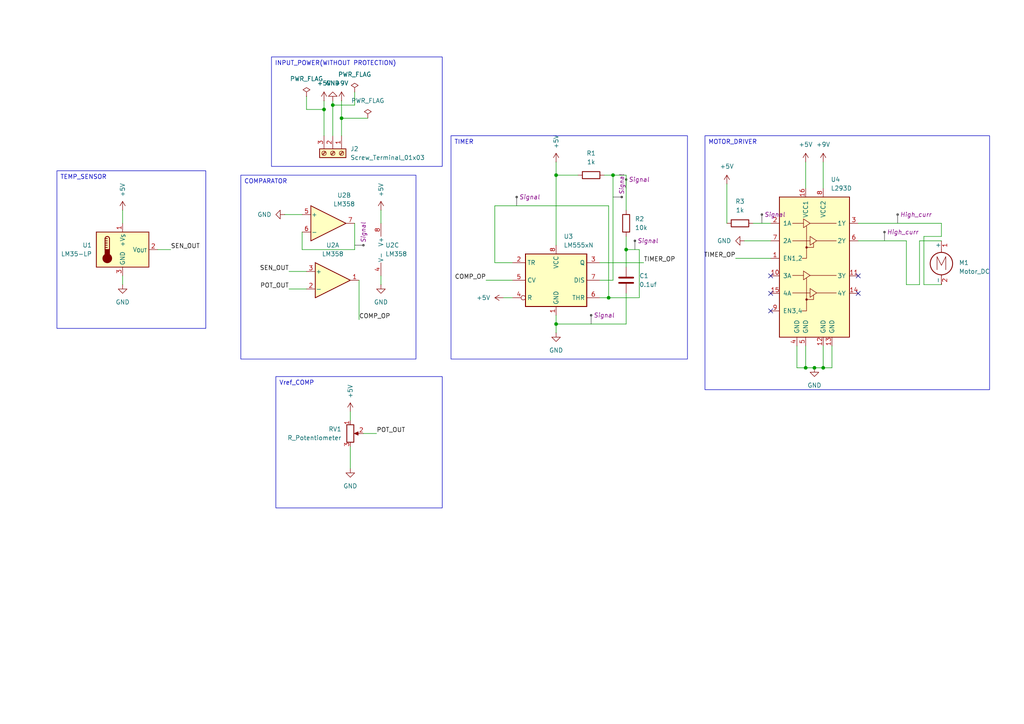
<source format=kicad_sch>
(kicad_sch (version 20231120) (generator "eeschema") (generator_version "8.0")
  (paper "A4")
  (lib_symbols
    (symbol "Amplifier_Operational:LM358" (pin_names (offset 0.127))
      (property "Reference" "U" (at 0 5.08 0))
      (property "Value" "LM358" (at 0 -5.08 0))
      (symbol "LM358_1_1"
        (polyline (pts (xy -5.08 5.08) (xy 5.08 0) (xy -5.08 -5.08) (xy -5.08 5.08)) (stroke (width 0.254)) (fill (type background)))
        (pin output line (at 7.62 0 180) (length 2.54) (name "~") (number "1"))
        (pin input line (at -7.62 -2.54 0) (length 2.54) (name "-") (number "2"))
        (pin input line (at -7.62 2.54 0) (length 2.54) (name "+") (number "3"))
      )
      (symbol "LM358_2_1"
        (polyline (pts (xy -5.08 5.08) (xy 5.08 0) (xy -5.08 -5.08) (xy -5.08 5.08)) (stroke (width 0.254)) (fill (type background)))
        (pin input line (at -7.62 2.54 0) (length 2.54) (name "+") (number "5"))
        (pin input line (at -7.62 -2.54 0) (length 2.54) (name "-") (number "6"))
        (pin output line (at 7.62 0 180) (length 2.54) (name "~") (number "7"))
      )
      (symbol "LM358_3_1"
        (pin power_in line (at -2.54 -7.62 90) (length 3.81) (name "V-") (number "4"))
        (pin power_in line (at -2.54 7.62 270) (length 3.81) (name "V+") (number "8"))
      )
    )
    (symbol "Connector:Screw_Terminal_01x03" (pin_names (offset 1.016) hide)
      (property "Reference" "J" (at 0 5.08 0))
      (property "Value" "Screw_Terminal_01x03" (at 0 -5.08 0))
      (symbol "Screw_Terminal_01x03_1_1"
        (rectangle (start -1.27 3.81) (end 1.27 -3.81) (stroke (width 0.254)) (fill (type background)))
        (circle (center 0 -2.54) (radius 0.635) (stroke (width 0.1524)))
        (polyline (pts (xy -0.5334 -2.2098) (xy 0.3302 -3.048)) (stroke (width 0.1524)))
        (polyline (pts (xy -0.5334 0.3302) (xy 0.3302 -0.508)) (stroke (width 0.1524)))
        (polyline (pts (xy -0.5334 2.8702) (xy 0.3302 2.032)) (stroke (width 0.1524)))
        (polyline (pts (xy -0.3556 -2.032) (xy 0.508 -2.8702)) (stroke (width 0.1524)))
        (polyline (pts (xy -0.3556 0.508) (xy 0.508 -0.3302)) (stroke (width 0.1524)))
        (polyline (pts (xy -0.3556 3.048) (xy 0.508 2.2098)) (stroke (width 0.1524)))
        (circle (center 0 0) (radius 0.635) (stroke (width 0.1524)))
        (circle (center 0 2.54) (radius 0.635) (stroke (width 0.1524)))
        (pin passive line (at -5.08 2.54 0) (length 3.81) (name "Pin_1") (number "1"))
        (pin passive line (at -5.08 0 0) (length 3.81) (name "Pin_2") (number "2"))
        (pin passive line (at -5.08 -2.54 0) (length 3.81) (name "Pin_3") (number "3"))
      )
    )
    (symbol "Device:C" (pin_numbers hide) (pin_names (offset 0.254))
      (property "Reference" "C" (at 0.635 2.54 0))
      (property "Value" "C" (at 0.635 -2.54 0))
      (symbol "C_0_1"
        (polyline (pts (xy -2.032 -0.762) (xy 2.032 -0.762)) (stroke (width 0.508)))
        (polyline (pts (xy -2.032 0.762) (xy 2.032 0.762)) (stroke (width 0.508)))
      )
      (symbol "C_1_1"
        (pin passive line (at 0 3.81 270) (length 2.794) (name "~") (number "1"))
        (pin passive line (at 0 -3.81 90) (length 2.794) (name "~") (number "2"))
      )
    )
    (symbol "Device:R" (pin_numbers hide) (pin_names (offset 0))
      (property "Reference" "R" (at 2.032 0 90))
      (property "Value" "R" (at 0 0 90))
      (symbol "R_0_1"
        (rectangle (start -1.016 -2.54) (end 1.016 2.54) (stroke (width 0.254)))
      )
      (symbol "R_1_1"
        (pin passive line (at 0 3.81 270) (length 1.27) (name "~") (number "1"))
        (pin passive line (at 0 -3.81 90) (length 1.27) (name "~") (number "2"))
      )
    )
    (symbol "Device:R_Potentiometer" (pin_names (offset 1.016) hide)
      (property "Reference" "RV" (at -4.445 0 90))
      (property "Value" "R_Potentiometer" (at -2.54 0 90))
      (symbol "R_Potentiometer_0_1"
        (polyline (pts (xy 2.54 0) (xy 1.524 0)))
        (polyline (pts (xy 1.143 0) (xy 2.286 0.508) (xy 2.286 -0.508) (xy 1.143 0)) (fill (type outline)))
        (rectangle (start 1.016 2.54) (end -1.016 -2.54) (stroke (width 0.254)))
      )
      (symbol "R_Potentiometer_1_1"
        (pin passive line (at 0 3.81 270) (length 1.27) (name "1") (number "1"))
        (pin passive line (at 3.81 0 180) (length 1.27) (name "2") (number "2"))
        (pin passive line (at 0 -3.81 90) (length 1.27) (name "3") (number "3"))
      )
    )
    (symbol "Driver_Motor:L293D" (pin_names (offset 1.016))
      (property "Reference" "U" (at -5.08 26.035 0))
      (property "Value" "L293D" (at -5.08 24.13 0))
      (symbol "L293D_0_1"
        (rectangle (start -10.16 22.86) (end 10.16 -17.78) (stroke (width 0.254)) (fill (type background)))
        (circle (center -2.286 -6.858) (radius 0.254) (fill (type outline)))
        (circle (center -2.286 8.255) (radius 0.254) (fill (type outline)))
        (polyline (pts (xy -6.35 -4.953) (xy -1.27 -4.953)))
        (polyline (pts (xy -6.35 0.127) (xy -3.175 0.127)))
        (polyline (pts (xy -6.35 10.16) (xy -1.27 10.16)))
        (polyline (pts (xy -6.35 15.24) (xy -3.175 15.24)))
        (polyline (pts (xy -1.27 0.127) (xy 6.35 0.127)))
        (polyline (pts (xy -1.27 15.24) (xy 6.35 15.24)))
        (polyline (pts (xy 0.635 -4.953) (xy 6.35 -4.953)))
        (polyline (pts (xy 0.635 10.16) (xy 6.35 10.16)))
        (polyline (pts (xy -2.286 -6.858) (xy -0.254 -6.858) (xy -0.254 -5.588)))
        (polyline (pts (xy -2.286 -0.635) (xy -2.286 -10.16) (xy -3.556 -10.16)))
        (polyline (pts (xy -2.286 8.255) (xy -0.254 8.255) (xy -0.254 9.525)))
        (polyline (pts (xy -2.286 14.478) (xy -2.286 5.08) (xy -3.556 5.08)))
        (polyline (pts (xy -3.175 1.397) (xy -3.175 -1.143) (xy -1.27 0.127) (xy -3.175 1.397)))
        (polyline (pts (xy -3.175 16.51) (xy -3.175 13.97) (xy -1.27 15.24) (xy -3.175 16.51)))
        (polyline (pts (xy -1.27 -3.683) (xy -1.27 -6.223) (xy 0.635 -4.953) (xy -1.27 -3.683)))
        (polyline (pts (xy -1.27 11.43) (xy -1.27 8.89) (xy 0.635 10.16) (xy -1.27 11.43)))
      )
      (symbol "L293D_1_1"
        (pin input line (at -12.7 5.08 0) (length 2.54) (name "EN1,2") (number "1"))
        (pin input line (at -12.7 0 0) (length 2.54) (name "3A") (number "10"))
        (pin output line (at 12.7 0 180) (length 2.54) (name "3Y") (number "11"))
        (pin power_in line (at 2.54 -20.32 90) (length 2.54) (name "GND") (number "12"))
        (pin power_in line (at 5.08 -20.32 90) (length 2.54) (name "GND") (number "13"))
        (pin output line (at 12.7 -5.08 180) (length 2.54) (name "4Y") (number "14"))
        (pin input line (at -12.7 -5.08 0) (length 2.54) (name "4A") (number "15"))
        (pin power_in line (at -2.54 25.4 270) (length 2.54) (name "VCC1") (number "16"))
        (pin input line (at -12.7 15.24 0) (length 2.54) (name "1A") (number "2"))
        (pin output line (at 12.7 15.24 180) (length 2.54) (name "1Y") (number "3"))
        (pin power_in line (at -5.08 -20.32 90) (length 2.54) (name "GND") (number "4"))
        (pin power_in line (at -2.54 -20.32 90) (length 2.54) (name "GND") (number "5"))
        (pin output line (at 12.7 10.16 180) (length 2.54) (name "2Y") (number "6"))
        (pin input line (at -12.7 10.16 0) (length 2.54) (name "2A") (number "7"))
        (pin power_in line (at 2.54 25.4 270) (length 2.54) (name "VCC2") (number "8"))
        (pin input line (at -12.7 -10.16 0) (length 2.54) (name "EN3,4") (number "9"))
      )
    )
    (symbol "Motor:Motor_DC" (pin_names (offset 0))
      (property "Reference" "M" (at 2.54 2.54 0))
      (property "Value" "Motor_DC" (at 2.54 -5.08 0))
      (symbol "Motor_DC_0_0"
        (polyline (pts (xy -1.27 -3.302) (xy -1.27 0.508) (xy 0 -2.032) (xy 1.27 0.508) (xy 1.27 -3.302)))
      )
      (symbol "Motor_DC_0_1"
        (circle (center 0 -1.524) (radius 3.2512) (stroke (width 0.254)))
        (polyline (pts (xy 0 -7.62) (xy 0 -7.112)))
        (polyline (pts (xy 0 -4.7752) (xy 0 -5.1816)))
        (polyline (pts (xy 0 1.7272) (xy 0 2.0828)))
        (polyline (pts (xy 0 2.032) (xy 0 2.54)))
      )
      (symbol "Motor_DC_1_1"
        (pin passive line (at 0 5.08 270) (length 2.54) (name "+") (number "1"))
        (pin passive line (at 0 -7.62 90) (length 2.54) (name "-") (number "2"))
      )
    )
    (symbol "Sensor_Temperature:LM35-LP"
      (property "Reference" "U" (at -6.35 6.35 0))
      (property "Value" "LM35-LP" (at 1.27 6.35 0))
      (symbol "LM35-LP_0_1"
        (rectangle (start -7.62 5.08) (end 7.62 -5.08) (stroke (width 0.254)) (fill (type background)))
        (circle (center -4.445 -2.54) (radius 1.27) (stroke (width 0.254)) (fill (type outline)))
        (rectangle (start -3.81 -1.905) (end -5.08 0) (stroke (width 0.254)) (fill (type outline)))
        (arc (start -3.81 3.175) (mid -4.445 3.8073) (end -5.08 3.175) (stroke (width 0.254)))
        (polyline (pts (xy -5.08 0.635) (xy -4.445 0.635)) (stroke (width 0.254)))
        (polyline (pts (xy -5.08 1.27) (xy -4.445 1.27)) (stroke (width 0.254)))
        (polyline (pts (xy -5.08 1.905) (xy -4.445 1.905)) (stroke (width 0.254)))
        (polyline (pts (xy -5.08 2.54) (xy -4.445 2.54)) (stroke (width 0.254)))
        (polyline (pts (xy -5.08 3.175) (xy -5.08 0)) (stroke (width 0.254)))
        (polyline (pts (xy -5.08 3.175) (xy -4.445 3.175)) (stroke (width 0.254)))
        (polyline (pts (xy -3.81 3.175) (xy -3.81 0)) (stroke (width 0.254)))
      )
      (symbol "LM35-LP_1_1"
        (pin power_in line (at 0 7.62 270) (length 2.54) (name "+V_{S}") (number "1"))
        (pin output line (at 10.16 0 180) (length 2.54) (name "V_{OUT}") (number "2"))
        (pin power_in line (at 0 -7.62 90) (length 2.54) (name "GND") (number "3"))
      )
    )
    (symbol "Timer:LM555xN"
      (property "Reference" "U" (at -10.16 8.89 0))
      (property "Value" "LM555xN" (at 2.54 8.89 0))
      (symbol "LM555xN_0_0"
        (pin power_in line (at 0 -10.16 90) (length 2.54) (name "GND") (number "1"))
        (pin power_in line (at 0 10.16 270) (length 2.54) (name "VCC") (number "8"))
      )
      (symbol "LM555xN_0_1"
        (rectangle (start -8.89 -7.62) (end 8.89 7.62) (stroke (width 0.254)) (fill (type background)))
        (rectangle (start -8.89 -7.62) (end 8.89 7.62) (stroke (width 0.254)) (fill (type background)))
      )
      (symbol "LM555xN_1_1"
        (pin input line (at -12.7 5.08 0) (length 3.81) (name "TR") (number "2"))
        (pin output line (at 12.7 5.08 180) (length 3.81) (name "Q") (number "3"))
        (pin input inverted (at -12.7 -5.08 0) (length 3.81) (name "R") (number "4"))
        (pin input line (at -12.7 0 0) (length 3.81) (name "CV") (number "5"))
        (pin input line (at 12.7 -5.08 180) (length 3.81) (name "THR") (number "6"))
        (pin input line (at 12.7 0 180) (length 3.81) (name "DIS") (number "7"))
      )
    )
    (symbol "power:+5V" (power) (pin_numbers hide) (pin_names (offset 0) hide)
      (property "Value" "+5V" (at 0 3.556 0))
      (symbol "+5V_0_1"
        (polyline (pts (xy -0.762 1.27) (xy 0 2.54)))
        (polyline (pts (xy 0 0) (xy 0 2.54)))
        (polyline (pts (xy 0 2.54) (xy 0.762 1.27)))
      )
      (symbol "+5V_1_1"
        (pin power_in line (at 0 0 90) (length 0) (name "~") (number "1"))
      )
    )
    (symbol "power:+9V" (power) (pin_numbers hide) (pin_names (offset 0) hide)
      (property "Value" "+9V" (at 0 3.556 0))
      (symbol "+9V_0_1"
        (polyline (pts (xy -0.762 1.27) (xy 0 2.54)))
        (polyline (pts (xy 0 0) (xy 0 2.54)))
        (polyline (pts (xy 0 2.54) (xy 0.762 1.27)))
      )
      (symbol "+9V_1_1"
        (pin power_in line (at 0 0 90) (length 0) (name "~") (number "1"))
      )
    )
    (symbol "power:GND" (power) (pin_numbers hide) (pin_names (offset 0) hide)
      (property "Value" "GND" (at 0 -3.81 0))
      (symbol "GND_0_1"
        (polyline (pts (xy 0 0) (xy 0 -1.27) (xy 1.27 -1.27) (xy 0 -2.54) (xy -1.27 -1.27) (xy 0 -1.27)))
      )
      (symbol "GND_1_1"
        (pin power_in line (at 0 0 270) (length 0) (name "~") (number "1"))
      )
    )
    (symbol "power:PWR_FLAG" (power) (pin_numbers hide) (pin_names (offset 0) hide)
      (property "Value" "PWR_FLAG" (at 0 3.81 0))
      (symbol "PWR_FLAG_0_0"
        (pin power_out line (at 0 0 90) (length 0) (name "~") (number "1"))
      )
      (symbol "PWR_FLAG_0_1"
        (polyline (pts (xy 0 0) (xy 0 1.27) (xy -1.016 1.905) (xy 0 2.54) (xy 1.016 1.905) (xy 0 1.27)))
      )
    )
  )
  (junction (at 176.53 86.36))
  (junction (at 238.76 106.68))
  (junction (at 181.61 72.39))
  (junction (at 236.22 106.68))
  (junction (at 93.98 31.75))
  (junction (at 99.06 34.29))
  (junction (at 161.29 50.8))
  (junction (at 96.52 30.48))
  (junction (at 161.29 93.98))
  (junction (at 177.8 50.8))
  (junction (at 233.68 106.68))
  (no_connect (at 248.92 85.09))
  (no_connect (at 223.52 85.09))
  (no_connect (at 223.52 80.01))
  (no_connect (at 223.52 90.17))
  (no_connect (at 248.92 80.01))
  (wire (pts (xy 177.8 50.8) (xy 181.61 50.8)))
  (wire (pts (xy 35.56 80.01) (xy 35.56 82.55)))
  (wire (pts (xy 87.63 67.31) (xy 87.63 72.39)))
  (wire (pts (xy 210.82 53.34) (xy 210.82 64.77)))
  (wire (pts (xy 101.6 119.38) (xy 101.6 121.92)))
  (wire (pts (xy 102.87 26.67) (xy 102.87 30.48)))
  (wire (pts (xy 161.29 50.8) (xy 161.29 71.12)))
  (wire (pts (xy 215.9 69.85) (xy 223.52 69.85)))
  (wire (pts (xy 161.29 93.98) (xy 161.29 96.52)))
  (wire (pts (xy 175.26 50.8) (xy 177.8 50.8)))
  (wire (pts (xy 248.92 69.85) (xy 262.89 69.85)))
  (wire (pts (xy 161.29 46.99) (xy 161.29 50.8)))
  (wire (pts (xy 273.05 64.77) (xy 273.05 68.58)))
  (wire (pts (xy 87.63 72.39) (xy 102.87 72.39)))
  (wire (pts (xy 88.9 27.94) (xy 88.9 31.75)))
  (wire (pts (xy 82.55 62.23) (xy 87.63 62.23)))
  (wire (pts (xy 267.97 82.55) (xy 273.05 82.55)))
  (wire (pts (xy 161.29 91.44) (xy 161.29 93.98)))
  (wire (pts (xy 83.82 78.74) (xy 88.9 78.74)))
  (wire (pts (xy 233.68 100.33) (xy 233.68 106.68)))
  (wire (pts (xy 93.98 31.75) (xy 93.98 39.37)))
  (wire (pts (xy 102.87 30.48) (xy 96.52 30.48)))
  (wire (pts (xy 173.99 81.28) (xy 177.8 81.28)))
  (wire (pts (xy 266.7 82.55) (xy 266.7 69.85)))
  (wire (pts (xy 102.87 64.77) (xy 102.87 72.39)))
  (wire (pts (xy 88.9 31.75) (xy 93.98 31.75)))
  (wire (pts (xy 146.05 86.36) (xy 148.59 86.36)))
  (wire (pts (xy 177.8 81.28) (xy 177.8 50.8)))
  (wire (pts (xy 173.99 86.36) (xy 176.53 86.36)))
  (wire (pts (xy 140.97 81.28) (xy 148.59 81.28)))
  (wire (pts (xy 93.98 29.21) (xy 93.98 31.75)))
  (wire (pts (xy 233.68 46.99) (xy 233.68 54.61)))
  (wire (pts (xy 241.3 100.33) (xy 241.3 106.68)))
  (wire (pts (xy 185.42 72.39) (xy 181.61 72.39)))
  (wire (pts (xy 181.61 85.09) (xy 181.61 93.98)))
  (wire (pts (xy 238.76 100.33) (xy 238.76 106.68)))
  (wire (pts (xy 173.99 76.2) (xy 186.69 76.2)))
  (wire (pts (xy 99.06 29.21) (xy 99.06 34.29)))
  (wire (pts (xy 213.36 74.93) (xy 223.52 74.93)))
  (wire (pts (xy 83.82 83.82) (xy 88.9 83.82)))
  (wire (pts (xy 105.41 125.73) (xy 109.22 125.73)))
  (wire (pts (xy 267.97 68.58) (xy 267.97 82.55)))
  (wire (pts (xy 110.49 60.96) (xy 110.49 64.77)))
  (wire (pts (xy 273.05 68.58) (xy 267.97 68.58)))
  (wire (pts (xy 104.14 81.28) (xy 104.14 92.71)))
  (wire (pts (xy 96.52 30.48) (xy 96.52 39.37)))
  (wire (pts (xy 233.68 106.68) (xy 236.22 106.68)))
  (wire (pts (xy 238.76 46.99) (xy 238.76 54.61)))
  (wire (pts (xy 110.49 80.01) (xy 110.49 82.55)))
  (wire (pts (xy 181.61 50.8) (xy 181.61 60.96)))
  (wire (pts (xy 99.06 34.29) (xy 99.06 39.37)))
  (wire (pts (xy 248.92 64.77) (xy 273.05 64.77)))
  (wire (pts (xy 181.61 68.58) (xy 181.61 72.39)))
  (wire (pts (xy 176.53 59.69) (xy 176.53 86.36)))
  (wire (pts (xy 231.14 100.33) (xy 231.14 106.68)))
  (wire (pts (xy 143.51 59.69) (xy 176.53 59.69)))
  (wire (pts (xy 181.61 72.39) (xy 181.61 77.47)))
  (wire (pts (xy 96.52 29.21) (xy 96.52 30.48)))
  (wire (pts (xy 143.51 76.2) (xy 143.51 59.69)))
  (wire (pts (xy 148.59 76.2) (xy 143.51 76.2)))
  (wire (pts (xy 238.76 106.68) (xy 236.22 106.68)))
  (wire (pts (xy 218.44 64.77) (xy 223.52 64.77)))
  (wire (pts (xy 231.14 106.68) (xy 233.68 106.68)))
  (wire (pts (xy 266.7 69.85) (xy 273.05 69.85)))
  (wire (pts (xy 161.29 50.8) (xy 167.64 50.8)))
  (wire (pts (xy 176.53 86.36) (xy 185.42 86.36)))
  (wire (pts (xy 262.89 69.85) (xy 262.89 82.55)))
  (wire (pts (xy 45.72 72.39) (xy 49.53 72.39)))
  (wire (pts (xy 101.6 129.54) (xy 101.6 135.89)))
  (wire (pts (xy 185.42 86.36) (xy 185.42 72.39)))
  (wire (pts (xy 35.56 60.96) (xy 35.56 64.77)))
  (wire (pts (xy 262.89 82.55) (xy 266.7 82.55)))
  (wire (pts (xy 99.06 34.29) (xy 106.68 34.29)))
  (wire (pts (xy 241.3 106.68) (xy 238.76 106.68)))
  (wire (pts (xy 181.61 93.98) (xy 161.29 93.98)))
  (text_box "COMPARATOR" (at 69.85 50.8 0) (size 50.8 53.34) (effects (font (size 1.27 1.27)) (justify left top)))
  (text_box "TIMER" (at 130.81 39.37 0) (size 68.58 64.77) (effects (font (size 1.27 1.27)) (justify left top)))
  (text_box "TEMP_SENSOR" (at 16.51 49.53 0) (size 43.18 45.72) (effects (font (size 1.27 1.27)) (justify left top)))
  (text_box "Vref_COMP" (at 80.01 109.22 0) (size 48.26 38.1) (effects (font (size 1.27 1.27)) (justify left top)))
  (text_box "MOTOR_DRIVER" (at 204.47 39.37 0) (size 82.55 73.66) (effects (font (size 1.27 1.27)) (justify left top)))
  (text_box "INPUT_POWER(WITHOUT PROTECTION)\n" (at 78.74 16.51 0) (size 49.53 31.75) (effects (font (size 1.27 1.27)) (justify left top)))
  (label "SEN_OUT" (at 83.82 78.74 180))
  (label "COMP_OP" (at 140.97 81.28 180))
  (label "COMP_OP" (at 104.14 92.71 0))
  (label "TIMER_OP" (at 186.69 76.2 0))
  (label "POT_OUT" (at 83.82 83.82 180))
  (label "SEN_OUT" (at 49.53 72.39 0))
  (label "TIMER_OP" (at 213.36 74.93 180))
  (label "POT_OUT" (at 109.22 125.73 0))
  (netclass_flag "" (length 2.54) (shape dot) (at 181.61 54.61 0) (property "Netclass" "Signal" (at 182.3085 52.07 0) (effects (font (italic yes)) (justify left))))
  (netclass_flag "" (length 2.54) (shape dot) (at 260.35 64.77 0) (property "Netclass" "High_curr" (at 261.0485 62.23 0) (effects (font (italic yes)) (justify left))))
  (netclass_flag "" (length 2.54) (shape dot) (at 184.15 72.39 0) (property "Netclass" "Signal" (at 184.8485 69.85 0) (effects (font (italic yes)) (justify left))))
  (netclass_flag "" (length 2.54) (shape dot) (at 171.45 93.98 0) (property "Netclass" "Signal" (at 172.1485 91.44 0) (effects (font (italic yes)) (justify left))))
  (netclass_flag "" (length 2.54) (shape dot) (at 149.86 59.69 0) (property "Netclass" "Signal" (at 150.5585 57.15 0) (effects (font (italic yes)) (justify left))))
  (netclass_flag "" (length 2.54) (shape dot) (at 177.8 57.15 270) (property "Netclass" "Signal" (at 180.34 56.4515 90) (effects (font (italic yes)) (justify left))))
  (netclass_flag "" (length 2.54) (shape dot) (at 102.87 71.12 270) (property "Netclass" "Signal" (at 105.41 70.4215 90) (effects (font (italic yes)) (justify left))))
  (netclass_flag "" (length 2.54) (shape dot) (at 220.98 64.77 0) (property "Netclass" "Signal" (at 221.6785 62.23 0) (effects (font (italic yes)) (justify left))))
  (netclass_flag "" (length 2.54) (shape dot) (at 256.54 69.85 0) (property "Netclass" "High_curr" (at 257.2385 67.31 0) (effects (font (italic yes)) (justify left))))
  (symbol (lib_id "Device:R") (at 181.61 64.77 0) (unit 1)
    (property "Reference" "R2" (at 184.15 63.4999 0) (effects (justify left)))
    (property "Value" "10k" (at 184.15 66.0399 0) (effects (justify left)))
    (property "Footprint" "Resistor_THT:R_Axial_DIN0207_L6.3mm_D2.5mm_P10.16mm_Horizontal" (effects (hide yes)))
    (property "Description" "Resistor" (effects (hide yes)))
  )
  (symbol (lib_id "Amplifier_Operational:LM358") (at 96.52 81.28 0) (unit 1)
    (property "Reference" "U2" (at 96.52 71.12 0))
    (property "Value" "LM358" (at 96.52 73.66 0))
    (property "Footprint" "Package_DIP:DIP-8_W7.62mm" (effects (hide yes)))
    (property "Datasheet" "http://www.ti.com/lit/ds/symlink/lm2904-n.pdf" (effects (hide yes)))
    (property "Description" "Low-Power, Dual Operational Amplifiers, DIP-8/SOIC-8/TO-99-8" (effects (hide yes)))
  )
  (symbol (lib_id "Connector:Screw_Terminal_01x03") (at 96.52 44.45 270) (unit 1)
    (property "Reference" "J2" (at 101.6 43.1799 90) (effects (justify left)))
    (property "Value" "Screw_Terminal_01x03" (at 101.6 45.7199 90) (effects (justify left)))
    (property "Footprint" "TerminalBlock:TerminalBlock_Altech_AK300-3_P5.00mm" (effects (hide yes)))
    (property "Description" "Generic screw terminal, single row, 01x03, script generated (kicad-library-utils/schlib/autogen/connector/)" (effects (hide yes)))
  )
  (symbol (lib_id "Amplifier_Operational:LM358") (at 95.25 64.77 0) (unit 2)
    (property "Reference" "U2" (at 99.822 56.642 0))
    (property "Value" "LM358" (at 99.822 59.182 0))
    (property "Footprint" "Package_DIP:DIP-8_W7.62mm" (effects (hide yes)))
    (property "Datasheet" "http://www.ti.com/lit/ds/symlink/lm2904-n.pdf" (effects (hide yes)))
    (property "Description" "Low-Power, Dual Operational Amplifiers, DIP-8/SOIC-8/TO-99-8" (effects (hide yes)))
  )
  (symbol (lib_id "power:+5V") (at 233.68 46.99 0) (unit 1)
    (property "Reference" "#PWR015" (effects (hide yes)))
    (property "Value" "+5V" (at 233.68 41.91 0))
    (property "Description" "Power symbol creates a global label with name \"+5V\"" (effects (hide yes)))
  )
  (symbol (lib_id "Device:R") (at 214.63 64.77 90) (unit 1)
    (property "Reference" "R3" (at 214.63 58.42 90))
    (property "Value" "1k" (at 214.63 60.96 90))
    (property "Footprint" "Resistor_THT:R_Axial_DIN0207_L6.3mm_D2.5mm_P10.16mm_Horizontal" (effects (hide yes)))
    (property "Description" "Resistor" (effects (hide yes)))
  )
  (symbol (lib_id "Device:C") (at 181.61 81.28 0) (unit 1)
    (property "Reference" "C1" (at 185.42 80.0099 0) (effects (justify left)))
    (property "Value" "0.1uf" (at 185.42 82.5499 0) (effects (justify left)))
    (property "Footprint" "Capacitor_THT:C_Disc_D5.0mm_W2.5mm_P2.50mm" (effects (hide yes)))
    (property "Description" "Unpolarized capacitor" (effects (hide yes)))
  )
  (symbol (lib_id "Motor:Motor_DC") (at 273.05 74.93 0) (unit 1)
    (property "Reference" "M1" (at 278.13 76.1999 0) (effects (justify left)))
    (property "Value" "Motor_DC" (at 278.13 78.7399 0) (effects (justify left)))
    (property "Footprint" "Connector_PinHeader_2.54mm:PinHeader_1x02_P2.54mm_Horizontal" (effects (hide yes)))
    (property "Description" "DC Motor" (effects (hide yes)))
  )
  (symbol (lib_id "power:GND") (at 215.9 69.85 270) (unit 1)
    (property "Reference" "#PWR013" (effects (hide yes)))
    (property "Value" "GND" (at 212.09 69.8499 90) (effects (justify right)))
    (property "Description" "Power symbol creates a global label with name \"GND\" , ground" (effects (hide yes)))
  )
  (symbol (lib_id "power:+9V") (at 238.76 46.99 0) (unit 1)
    (property "Reference" "#PWR016" (effects (hide yes)))
    (property "Value" "+9V" (at 238.76 41.91 0))
    (property "Description" "Power symbol creates a global label with name \"+9V\"" (effects (hide yes)))
  )
  (symbol (lib_id "power:GND") (at 101.6 135.89 0) (unit 1)
    (property "Reference" "#PWR08" (effects (hide yes)))
    (property "Value" "GND" (at 101.6 140.97 0))
    (property "Description" "Power symbol creates a global label with name \"GND\" , ground" (effects (hide yes)))
  )
  (symbol (lib_id "power:GND") (at 236.22 106.68 0) (unit 1)
    (property "Reference" "#PWR014" (effects (hide yes)))
    (property "Value" "GND" (at 236.22 111.76 0))
    (property "Description" "Power symbol creates a global label with name \"GND\" , ground" (effects (hide yes)))
  )
  (symbol (lib_id "Device:R") (at 171.45 50.8 90) (unit 1)
    (property "Reference" "R1" (at 171.45 44.45 90))
    (property "Value" "1k" (at 171.45 46.99 90))
    (property "Footprint" "Resistor_THT:R_Axial_DIN0207_L6.3mm_D2.5mm_P10.16mm_Horizontal" (effects (hide yes)))
    (property "Description" "Resistor" (effects (hide yes)))
  )
  (symbol (lib_id "Device:R_Potentiometer") (at 101.6 125.73 0) (unit 1)
    (property "Reference" "RV1" (at 99.06 124.4599 0) (effects (justify right)))
    (property "Value" "R_Potentiometer" (at 99.06 126.9999 0) (effects (justify right)))
    (property "Footprint" "Potentiometer_THT:Potentiometer_Bourns_3296W_Vertical" (effects (hide yes)))
    (property "Description" "Potentiometer" (effects (hide yes)))
  )
  (symbol (lib_id "power:+9V") (at 99.06 29.21 0) (unit 1)
    (property "Reference" "#PWR018" (effects (hide yes)))
    (property "Value" "+9V" (at 99.06 24.13 0))
    (property "Description" "Power symbol creates a global label with name \"+9V\"" (effects (hide yes)))
  )
  (symbol (lib_id "power:GND") (at 96.52 29.21 180) (unit 1)
    (property "Reference" "#PWR02" (effects (hide yes)))
    (property "Value" "GND" (at 96.52 24.13 0))
    (property "Description" "Power symbol creates a global label with name \"GND\" , ground" (effects (hide yes)))
  )
  (symbol (lib_id "power:+5V") (at 93.98 29.21 0) (unit 1)
    (property "Reference" "#PWR01" (effects (hide yes)))
    (property "Value" "+5V" (at 93.98 24.13 0))
    (property "Description" "Power symbol creates a global label with name \"+5V\"" (effects (hide yes)))
  )
  (symbol (lib_id "power:GND") (at 82.55 62.23 270) (unit 1)
    (property "Reference" "#PWR017" (effects (hide yes)))
    (property "Value" "GND" (at 78.74 62.2299 90) (effects (justify right)))
    (property "Description" "Power symbol creates a global label with name \"GND\" , ground" (effects (hide yes)))
  )
  (symbol (lib_id "power:GND") (at 110.49 82.55 0) (unit 1)
    (property "Reference" "#PWR05" (effects (hide yes)))
    (property "Value" "GND" (at 110.49 87.63 0))
    (property "Description" "Power symbol creates a global label with name \"GND\" , ground" (effects (hide yes)))
  )
  (symbol (lib_id "power:+5V") (at 101.6 119.38 0) (unit 1)
    (property "Reference" "#PWR07" (effects (hide yes)))
    (property "Value" "+5V" (at 101.5999 115.57 90) (effects (justify left)))
    (property "Description" "Power symbol creates a global label with name \"+5V\"" (effects (hide yes)))
  )
  (symbol (lib_id "power:PWR_FLAG") (at 102.87 26.67 0) (unit 1)
    (property "Reference" "#FLG02" (effects (hide yes)))
    (property "Value" "PWR_FLAG" (at 102.87 21.59 0))
    (property "Description" "Special symbol for telling ERC where power comes from" (effects (hide yes)))
  )
  (symbol (lib_id "power:+5V") (at 35.56 60.96 0) (unit 1)
    (property "Reference" "#PWR03" (effects (hide yes)))
    (property "Value" "+5V" (at 35.5599 57.15 90) (effects (justify left)))
    (property "Description" "Power symbol creates a global label with name \"+5V\"" (effects (hide yes)))
  )
  (symbol (lib_id "power:+5V") (at 146.05 86.36 90) (unit 1)
    (property "Reference" "#PWR011" (effects (hide yes)))
    (property "Value" "+5V" (at 142.24 86.3599 90) (effects (justify left)))
    (property "Description" "Power symbol creates a global label with name \"+5V\"" (effects (hide yes)))
  )
  (symbol (lib_id "power:PWR_FLAG") (at 88.9 27.94 0) (unit 1)
    (property "Reference" "#FLG01" (effects (hide yes)))
    (property "Value" "PWR_FLAG" (at 88.9 22.86 0))
    (property "Description" "Special symbol for telling ERC where power comes from" (effects (hide yes)))
  )
  (symbol (lib_id "Sensor_Temperature:LM35-LP") (at 35.56 72.39 0) (unit 1)
    (property "Reference" "U1" (at 26.67 71.1199 0) (effects (justify right)))
    (property "Value" "LM35-LP" (at 26.67 73.6599 0) (effects (justify right)))
    (property "Footprint" "Package_TO_SOT_THT:TO-92_Inline" (effects (hide yes)))
    (property "Datasheet" "http://www.ti.com/lit/ds/symlink/lm35.pdf" (effects (hide yes)))
    (property "Description" "Precision centigrade temperature sensor, TO-92" (effects (hide yes)))
  )
  (symbol (lib_id "power:+5V") (at 210.82 53.34 0) (unit 1)
    (property "Reference" "#PWR012" (effects (hide yes)))
    (property "Value" "+5V" (at 210.82 48.26 0))
    (property "Description" "Power symbol creates a global label with name \"+5V\"" (effects (hide yes)))
  )
  (symbol (lib_id "power:PWR_FLAG") (at 106.68 34.29 0) (unit 1)
    (property "Reference" "#FLG03" (effects (hide yes)))
    (property "Value" "PWR_FLAG" (at 106.68 29.21 0))
    (property "Description" "Special symbol for telling ERC where power comes from" (effects (hide yes)))
  )
  (symbol (lib_id "Timer:LM555xN") (at 161.29 81.28 0) (unit 1)
    (property "Reference" "U3" (at 163.4841 68.58 0) (effects (justify left)))
    (property "Value" "LM555xN" (at 163.4841 71.12 0) (effects (justify left)))
    (property "Footprint" "Package_DIP:DIP-8_W7.62mm" (effects (hide yes)))
    (property "Datasheet" "http://www.ti.com/lit/ds/symlink/lm555.pdf" (effects (hide yes)))
    (property "Description" "Timer, 555 compatible, PDIP-8" (effects (hide yes)))
  )
  (symbol (lib_id "power:+5V") (at 110.49 60.96 0) (unit 1)
    (property "Reference" "#PWR06" (effects (hide yes)))
    (property "Value" "+5V" (at 110.4899 57.15 90) (effects (justify left)))
    (property "Description" "Power symbol creates a global label with name \"+5V\"" (effects (hide yes)))
  )
  (symbol (lib_id "Driver_Motor:L293D") (at 236.22 80.01 0) (unit 1)
    (property "Reference" "U4" (at 240.9541 52.07 0) (effects (justify left)))
    (property "Value" "L293D" (at 240.9541 54.61 0) (effects (justify left)))
    (property "Footprint" "Package_DIP:DIP-16_W7.62mm" (effects (hide yes)))
    (property "Datasheet" "http://www.ti.com/lit/ds/symlink/l293.pdf" (effects (hide yes)))
    (property "Description" "Quadruple Half-H Drivers" (effects (hide yes)))
  )
  (symbol (lib_id "power:GND") (at 161.29 96.52 0) (unit 1)
    (property "Reference" "#PWR010" (effects (hide yes)))
    (property "Value" "GND" (at 161.29 101.6 0))
    (property "Description" "Power symbol creates a global label with name \"GND\" , ground" (effects (hide yes)))
  )
  (symbol (lib_id "power:+5V") (at 161.29 46.99 0) (unit 1)
    (property "Reference" "#PWR09" (effects (hide yes)))
    (property "Value" "+5V" (at 161.2899 43.18 90) (effects (justify left)))
    (property "Description" "Power symbol creates a global label with name \"+5V\"" (effects (hide yes)))
  )
  (symbol (lib_id "Amplifier_Operational:LM358") (at 113.03 72.39 0) (unit 3)
    (property "Reference" "U2" (at 111.76 71.1199 0) (effects (justify left)))
    (property "Value" "LM358" (at 111.76 73.6599 0) (effects (justify left)))
    (property "Footprint" "Package_DIP:DIP-8_W7.62mm" (effects (hide yes)))
    (property "Datasheet" "http://www.ti.com/lit/ds/symlink/lm2904-n.pdf" (effects (hide yes)))
    (property "Description" "Low-Power, Dual Operational Amplifiers, DIP-8/SOIC-8/TO-99-8" (effects (hide yes)))
  )
  (symbol (lib_id "power:GND") (at 35.56 82.55 0) (unit 1)
    (property "Reference" "#PWR04" (effects (hide yes)))
    (property "Value" "GND" (at 35.56 87.63 0))
    (property "Description" "Power symbol creates a global label with name \"GND\" , ground" (effects (hide yes)))
  )
)
</source>
